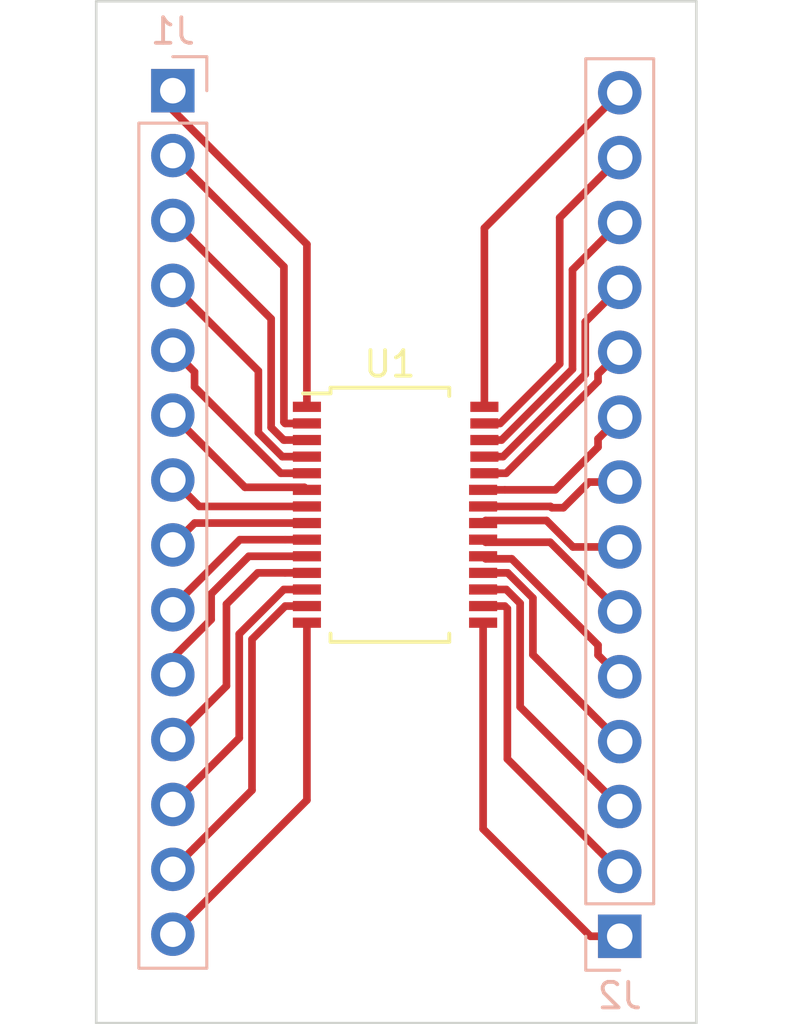
<source format=kicad_pcb>
(kicad_pcb (version 20171130) (host pcbnew "(5.1.4)-1")

  (general
    (thickness 1.6)
    (drawings 4)
    (tracks 115)
    (zones 0)
    (modules 3)
    (nets 29)
  )

  (page A4)
  (layers
    (0 F.Cu signal)
    (31 B.Cu signal)
    (32 B.Adhes user)
    (33 F.Adhes user)
    (34 B.Paste user)
    (35 F.Paste user)
    (36 B.SilkS user)
    (37 F.SilkS user)
    (38 B.Mask user)
    (39 F.Mask user)
    (40 Dwgs.User user)
    (41 Cmts.User user)
    (42 Eco1.User user)
    (43 Eco2.User user)
    (44 Edge.Cuts user)
    (45 Margin user)
    (46 B.CrtYd user)
    (47 F.CrtYd user)
    (48 B.Fab user)
    (49 F.Fab user)
  )

  (setup
    (last_trace_width 0.3)
    (trace_clearance 0.2)
    (zone_clearance 0.508)
    (zone_45_only no)
    (trace_min 0.2)
    (via_size 0.8)
    (via_drill 0.4)
    (via_min_size 0.4)
    (via_min_drill 0.3)
    (uvia_size 0.3)
    (uvia_drill 0.1)
    (uvias_allowed no)
    (uvia_min_size 0.2)
    (uvia_min_drill 0.1)
    (edge_width 0.05)
    (segment_width 0.2)
    (pcb_text_width 0.3)
    (pcb_text_size 1.5 1.5)
    (mod_edge_width 0.12)
    (mod_text_size 1 1)
    (mod_text_width 0.15)
    (pad_size 1.524 1.524)
    (pad_drill 0.762)
    (pad_to_mask_clearance 0.051)
    (solder_mask_min_width 0.25)
    (aux_axis_origin 56.1 158.6)
    (visible_elements 7FFFFFFF)
    (pcbplotparams
      (layerselection 0x010fc_ffffffff)
      (usegerberextensions false)
      (usegerberattributes false)
      (usegerberadvancedattributes false)
      (creategerberjobfile false)
      (excludeedgelayer true)
      (linewidth 0.100000)
      (plotframeref false)
      (viasonmask false)
      (mode 1)
      (useauxorigin false)
      (hpglpennumber 1)
      (hpglpenspeed 20)
      (hpglpendiameter 15.000000)
      (psnegative false)
      (psa4output false)
      (plotreference true)
      (plotvalue true)
      (plotinvisibletext false)
      (padsonsilk false)
      (subtractmaskfromsilk false)
      (outputformat 1)
      (mirror false)
      (drillshape 1)
      (scaleselection 1)
      (outputdirectory ""))
  )

  (net 0 "")
  (net 1 "Net-(J1-Pad14)")
  (net 2 "Net-(J1-Pad13)")
  (net 3 "Net-(J1-Pad12)")
  (net 4 "Net-(J1-Pad11)")
  (net 5 "Net-(J1-Pad10)")
  (net 6 "Net-(J1-Pad9)")
  (net 7 "Net-(J1-Pad8)")
  (net 8 "Net-(J1-Pad7)")
  (net 9 "Net-(J1-Pad6)")
  (net 10 "Net-(J1-Pad5)")
  (net 11 "Net-(J1-Pad4)")
  (net 12 "Net-(J1-Pad3)")
  (net 13 "Net-(J1-Pad2)")
  (net 14 "Net-(J1-Pad1)")
  (net 15 "Net-(J2-Pad14)")
  (net 16 "Net-(J2-Pad13)")
  (net 17 "Net-(J2-Pad12)")
  (net 18 "Net-(J2-Pad11)")
  (net 19 "Net-(J2-Pad10)")
  (net 20 "Net-(J2-Pad9)")
  (net 21 "Net-(J2-Pad8)")
  (net 22 "Net-(J2-Pad7)")
  (net 23 "Net-(J2-Pad6)")
  (net 24 "Net-(J2-Pad5)")
  (net 25 "Net-(J2-Pad4)")
  (net 26 "Net-(J2-Pad3)")
  (net 27 "Net-(J2-Pad2)")
  (net 28 "Net-(J2-Pad1)")

  (net_class Default "Esta es la clase de red por defecto."
    (clearance 0.2)
    (trace_width 0.3)
    (via_dia 0.8)
    (via_drill 0.4)
    (uvia_dia 0.3)
    (uvia_drill 0.1)
    (add_net "Net-(J1-Pad1)")
    (add_net "Net-(J1-Pad10)")
    (add_net "Net-(J1-Pad11)")
    (add_net "Net-(J1-Pad12)")
    (add_net "Net-(J1-Pad13)")
    (add_net "Net-(J1-Pad14)")
    (add_net "Net-(J1-Pad2)")
    (add_net "Net-(J1-Pad3)")
    (add_net "Net-(J1-Pad4)")
    (add_net "Net-(J1-Pad5)")
    (add_net "Net-(J1-Pad6)")
    (add_net "Net-(J1-Pad7)")
    (add_net "Net-(J1-Pad8)")
    (add_net "Net-(J1-Pad9)")
    (add_net "Net-(J2-Pad1)")
    (add_net "Net-(J2-Pad10)")
    (add_net "Net-(J2-Pad11)")
    (add_net "Net-(J2-Pad12)")
    (add_net "Net-(J2-Pad13)")
    (add_net "Net-(J2-Pad14)")
    (add_net "Net-(J2-Pad2)")
    (add_net "Net-(J2-Pad3)")
    (add_net "Net-(J2-Pad4)")
    (add_net "Net-(J2-Pad5)")
    (add_net "Net-(J2-Pad6)")
    (add_net "Net-(J2-Pad7)")
    (add_net "Net-(J2-Pad8)")
    (add_net "Net-(J2-Pad9)")
  )

  (module Package_SO:TSSOP-28_4.4x9.7mm_P0.65mm (layer F.Cu) (tedit 5A02F25C) (tstamp 6124121B)
    (at 67.6 138.7)
    (descr "TSSOP28: plastic thin shrink small outline package; 28 leads; body width 4.4 mm; (see NXP SSOP-TSSOP-VSO-REFLOW.pdf and sot361-1_po.pdf)")
    (tags "SSOP 0.65")
    (path /6123993C)
    (attr smd)
    (fp_text reference U1 (at 0 -5.9) (layer F.SilkS)
      (effects (font (size 1 1) (thickness 0.15)))
    )
    (fp_text value PL2303 (at 0 5.9) (layer F.Fab)
      (effects (font (size 1 1) (thickness 0.15)))
    )
    (fp_text user %R (at 0 0) (layer F.Fab)
      (effects (font (size 0.8 0.8) (thickness 0.15)))
    )
    (fp_line (start -2.325 -4.75) (end -3.4 -4.75) (layer F.SilkS) (width 0.15))
    (fp_line (start -2.325 4.975) (end 2.325 4.975) (layer F.SilkS) (width 0.15))
    (fp_line (start -2.325 -4.975) (end 2.325 -4.975) (layer F.SilkS) (width 0.15))
    (fp_line (start -2.325 4.975) (end -2.325 4.65) (layer F.SilkS) (width 0.15))
    (fp_line (start 2.325 4.975) (end 2.325 4.65) (layer F.SilkS) (width 0.15))
    (fp_line (start 2.325 -4.975) (end 2.325 -4.65) (layer F.SilkS) (width 0.15))
    (fp_line (start -2.325 -4.975) (end -2.325 -4.75) (layer F.SilkS) (width 0.15))
    (fp_line (start -3.65 5.15) (end 3.65 5.15) (layer F.CrtYd) (width 0.05))
    (fp_line (start -3.65 -5.15) (end 3.65 -5.15) (layer F.CrtYd) (width 0.05))
    (fp_line (start 3.65 -5.15) (end 3.65 5.15) (layer F.CrtYd) (width 0.05))
    (fp_line (start -3.65 -5.15) (end -3.65 5.15) (layer F.CrtYd) (width 0.05))
    (fp_line (start -2.2 -3.85) (end -1.2 -4.85) (layer F.Fab) (width 0.15))
    (fp_line (start -2.2 4.85) (end -2.2 -3.85) (layer F.Fab) (width 0.15))
    (fp_line (start 2.2 4.85) (end -2.2 4.85) (layer F.Fab) (width 0.15))
    (fp_line (start 2.2 -4.85) (end 2.2 4.85) (layer F.Fab) (width 0.15))
    (fp_line (start -1.2 -4.85) (end 2.2 -4.85) (layer F.Fab) (width 0.15))
    (pad 28 smd rect (at 3.7 -4.225) (size 1.1 0.4) (layers F.Cu F.Paste F.Mask)
      (net 15 "Net-(J2-Pad14)"))
    (pad 27 smd rect (at 3.7 -3.575) (size 1.1 0.4) (layers F.Cu F.Paste F.Mask)
      (net 16 "Net-(J2-Pad13)"))
    (pad 26 smd rect (at 3.7 -2.925) (size 1.1 0.4) (layers F.Cu F.Paste F.Mask)
      (net 17 "Net-(J2-Pad12)"))
    (pad 25 smd rect (at 3.7 -2.275) (size 1.1 0.4) (layers F.Cu F.Paste F.Mask)
      (net 18 "Net-(J2-Pad11)"))
    (pad 24 smd rect (at 3.7 -1.625) (size 1.1 0.4) (layers F.Cu F.Paste F.Mask)
      (net 19 "Net-(J2-Pad10)"))
    (pad 23 smd rect (at 3.65 -0.975) (size 1.1 0.4) (layers F.Cu F.Paste F.Mask)
      (net 20 "Net-(J2-Pad9)"))
    (pad 22 smd rect (at 3.65 -0.325) (size 1.1 0.4) (layers F.Cu F.Paste F.Mask)
      (net 21 "Net-(J2-Pad8)"))
    (pad 21 smd rect (at 3.65 0.325) (size 1.1 0.4) (layers F.Cu F.Paste F.Mask)
      (net 22 "Net-(J2-Pad7)"))
    (pad 20 smd rect (at 3.65 0.975) (size 1.1 0.4) (layers F.Cu F.Paste F.Mask)
      (net 23 "Net-(J2-Pad6)"))
    (pad 19 smd rect (at 3.65 1.625) (size 1.1 0.4) (layers F.Cu F.Paste F.Mask)
      (net 24 "Net-(J2-Pad5)"))
    (pad 18 smd rect (at 3.65 2.275) (size 1.1 0.4) (layers F.Cu F.Paste F.Mask)
      (net 25 "Net-(J2-Pad4)"))
    (pad 17 smd rect (at 3.65 2.925) (size 1.1 0.4) (layers F.Cu F.Paste F.Mask)
      (net 26 "Net-(J2-Pad3)"))
    (pad 16 smd rect (at 3.65 3.575) (size 1.1 0.4) (layers F.Cu F.Paste F.Mask)
      (net 27 "Net-(J2-Pad2)"))
    (pad 15 smd rect (at 3.65 4.225) (size 1.1 0.4) (layers F.Cu F.Paste F.Mask)
      (net 28 "Net-(J2-Pad1)"))
    (pad 14 smd rect (at -3.25 4.225) (size 1.1 0.4) (layers F.Cu F.Paste F.Mask)
      (net 1 "Net-(J1-Pad14)"))
    (pad 13 smd rect (at -3.25 3.575) (size 1.1 0.4) (layers F.Cu F.Paste F.Mask)
      (net 2 "Net-(J1-Pad13)"))
    (pad 12 smd rect (at -3.25 2.925) (size 1.1 0.4) (layers F.Cu F.Paste F.Mask)
      (net 3 "Net-(J1-Pad12)"))
    (pad 11 smd rect (at -3.25 2.275) (size 1.1 0.4) (layers F.Cu F.Paste F.Mask)
      (net 4 "Net-(J1-Pad11)"))
    (pad 10 smd rect (at -3.25 1.625) (size 1.1 0.4) (layers F.Cu F.Paste F.Mask)
      (net 5 "Net-(J1-Pad10)"))
    (pad 9 smd rect (at -3.25 0.975) (size 1.1 0.4) (layers F.Cu F.Paste F.Mask)
      (net 6 "Net-(J1-Pad9)"))
    (pad 8 smd rect (at -3.25 0.325) (size 1.1 0.4) (layers F.Cu F.Paste F.Mask)
      (net 7 "Net-(J1-Pad8)"))
    (pad 7 smd rect (at -3.25 -0.325) (size 1.1 0.4) (layers F.Cu F.Paste F.Mask)
      (net 8 "Net-(J1-Pad7)"))
    (pad 6 smd rect (at -3.25 -0.975) (size 1.1 0.4) (layers F.Cu F.Paste F.Mask)
      (net 9 "Net-(J1-Pad6)"))
    (pad 5 smd rect (at -3.25 -1.625) (size 1.1 0.4) (layers F.Cu F.Paste F.Mask)
      (net 10 "Net-(J1-Pad5)"))
    (pad 4 smd rect (at -3.25 -2.275) (size 1.1 0.4) (layers F.Cu F.Paste F.Mask)
      (net 11 "Net-(J1-Pad4)"))
    (pad 3 smd rect (at -3.25 -2.925) (size 1.1 0.4) (layers F.Cu F.Paste F.Mask)
      (net 12 "Net-(J1-Pad3)"))
    (pad 2 smd rect (at -3.25 -3.575) (size 1.1 0.4) (layers F.Cu F.Paste F.Mask)
      (net 13 "Net-(J1-Pad2)"))
    (pad 1 smd rect (at -3.25 -4.225) (size 1.1 0.4) (layers F.Cu F.Paste F.Mask)
      (net 14 "Net-(J1-Pad1)"))
    (model ${KISYS3DMOD}/Package_SO.3dshapes/TSSOP-28_4.4x9.7mm_P0.65mm.wrl
      (at (xyz 0 0 0))
      (scale (xyz 1 1 1))
      (rotate (xyz 0 0 0))
    )
  )

  (module Connector_PinHeader_2.54mm:PinHeader_1x14_P2.54mm_Vertical (layer B.Cu) (tedit 59FED5CC) (tstamp 6123EF23)
    (at 76.6 155.2)
    (descr "Through hole straight pin header, 1x14, 2.54mm pitch, single row")
    (tags "Through hole pin header THT 1x14 2.54mm single row")
    (path /6123ECE8)
    (fp_text reference J2 (at 0 2.33) (layer B.SilkS)
      (effects (font (size 1 1) (thickness 0.15)) (justify mirror))
    )
    (fp_text value Conn_01x14_Male (at 0 -35.35) (layer B.Fab)
      (effects (font (size 1 1) (thickness 0.15)) (justify mirror))
    )
    (fp_text user %R (at 0 -16.51 -90) (layer B.Fab)
      (effects (font (size 1 1) (thickness 0.15)) (justify mirror))
    )
    (fp_line (start 1.8 1.8) (end -1.8 1.8) (layer B.CrtYd) (width 0.05))
    (fp_line (start 1.8 -34.8) (end 1.8 1.8) (layer B.CrtYd) (width 0.05))
    (fp_line (start -1.8 -34.8) (end 1.8 -34.8) (layer B.CrtYd) (width 0.05))
    (fp_line (start -1.8 1.8) (end -1.8 -34.8) (layer B.CrtYd) (width 0.05))
    (fp_line (start -1.33 1.33) (end 0 1.33) (layer B.SilkS) (width 0.12))
    (fp_line (start -1.33 0) (end -1.33 1.33) (layer B.SilkS) (width 0.12))
    (fp_line (start -1.33 -1.27) (end 1.33 -1.27) (layer B.SilkS) (width 0.12))
    (fp_line (start 1.33 -1.27) (end 1.33 -34.35) (layer B.SilkS) (width 0.12))
    (fp_line (start -1.33 -1.27) (end -1.33 -34.35) (layer B.SilkS) (width 0.12))
    (fp_line (start -1.33 -34.35) (end 1.33 -34.35) (layer B.SilkS) (width 0.12))
    (fp_line (start -1.27 0.635) (end -0.635 1.27) (layer B.Fab) (width 0.1))
    (fp_line (start -1.27 -34.29) (end -1.27 0.635) (layer B.Fab) (width 0.1))
    (fp_line (start 1.27 -34.29) (end -1.27 -34.29) (layer B.Fab) (width 0.1))
    (fp_line (start 1.27 1.27) (end 1.27 -34.29) (layer B.Fab) (width 0.1))
    (fp_line (start -0.635 1.27) (end 1.27 1.27) (layer B.Fab) (width 0.1))
    (pad 14 thru_hole oval (at 0 -33.02) (size 1.7 1.7) (drill 1) (layers *.Cu *.Mask)
      (net 15 "Net-(J2-Pad14)"))
    (pad 13 thru_hole oval (at 0 -30.48) (size 1.7 1.7) (drill 1) (layers *.Cu *.Mask)
      (net 16 "Net-(J2-Pad13)"))
    (pad 12 thru_hole oval (at 0 -27.94) (size 1.7 1.7) (drill 1) (layers *.Cu *.Mask)
      (net 17 "Net-(J2-Pad12)"))
    (pad 11 thru_hole oval (at 0 -25.4) (size 1.7 1.7) (drill 1) (layers *.Cu *.Mask)
      (net 18 "Net-(J2-Pad11)"))
    (pad 10 thru_hole oval (at 0 -22.86) (size 1.7 1.7) (drill 1) (layers *.Cu *.Mask)
      (net 19 "Net-(J2-Pad10)"))
    (pad 9 thru_hole oval (at 0 -20.32) (size 1.7 1.7) (drill 1) (layers *.Cu *.Mask)
      (net 20 "Net-(J2-Pad9)"))
    (pad 8 thru_hole oval (at 0 -17.78) (size 1.7 1.7) (drill 1) (layers *.Cu *.Mask)
      (net 21 "Net-(J2-Pad8)"))
    (pad 7 thru_hole oval (at 0 -15.24) (size 1.7 1.7) (drill 1) (layers *.Cu *.Mask)
      (net 22 "Net-(J2-Pad7)"))
    (pad 6 thru_hole oval (at 0 -12.7) (size 1.7 1.7) (drill 1) (layers *.Cu *.Mask)
      (net 23 "Net-(J2-Pad6)"))
    (pad 5 thru_hole oval (at 0 -10.16) (size 1.7 1.7) (drill 1) (layers *.Cu *.Mask)
      (net 24 "Net-(J2-Pad5)"))
    (pad 4 thru_hole oval (at 0 -7.62) (size 1.7 1.7) (drill 1) (layers *.Cu *.Mask)
      (net 25 "Net-(J2-Pad4)"))
    (pad 3 thru_hole oval (at 0 -5.08) (size 1.7 1.7) (drill 1) (layers *.Cu *.Mask)
      (net 26 "Net-(J2-Pad3)"))
    (pad 2 thru_hole oval (at 0 -2.54) (size 1.7 1.7) (drill 1) (layers *.Cu *.Mask)
      (net 27 "Net-(J2-Pad2)"))
    (pad 1 thru_hole rect (at 0 0) (size 1.7 1.7) (drill 1) (layers *.Cu *.Mask)
      (net 28 "Net-(J2-Pad1)"))
    (model ${KISYS3DMOD}/Connector_PinHeader_2.54mm.3dshapes/PinHeader_1x14_P2.54mm_Vertical.wrl
      (at (xyz 0 0 0))
      (scale (xyz 1 1 1))
      (rotate (xyz 0 0 0))
    )
  )

  (module Connector_PinHeader_2.54mm:PinHeader_1x14_P2.54mm_Vertical (layer B.Cu) (tedit 59FED5CC) (tstamp 6123FB4A)
    (at 59.1 122.1 180)
    (descr "Through hole straight pin header, 1x14, 2.54mm pitch, single row")
    (tags "Through hole pin header THT 1x14 2.54mm single row")
    (path /6123B20E)
    (fp_text reference J1 (at 0 2.33) (layer B.SilkS)
      (effects (font (size 1 1) (thickness 0.15)) (justify mirror))
    )
    (fp_text value Conn_01x14_Male (at 0 -35.35) (layer B.Fab)
      (effects (font (size 1 1) (thickness 0.15)) (justify mirror))
    )
    (fp_text user %R (at 0 -16.51 270) (layer B.Fab)
      (effects (font (size 1 1) (thickness 0.15)) (justify mirror))
    )
    (fp_line (start 1.8 1.8) (end -1.8 1.8) (layer B.CrtYd) (width 0.05))
    (fp_line (start 1.8 -34.8) (end 1.8 1.8) (layer B.CrtYd) (width 0.05))
    (fp_line (start -1.8 -34.8) (end 1.8 -34.8) (layer B.CrtYd) (width 0.05))
    (fp_line (start -1.8 1.8) (end -1.8 -34.8) (layer B.CrtYd) (width 0.05))
    (fp_line (start -1.33 1.33) (end 0 1.33) (layer B.SilkS) (width 0.12))
    (fp_line (start -1.33 0) (end -1.33 1.33) (layer B.SilkS) (width 0.12))
    (fp_line (start -1.33 -1.27) (end 1.33 -1.27) (layer B.SilkS) (width 0.12))
    (fp_line (start 1.33 -1.27) (end 1.33 -34.35) (layer B.SilkS) (width 0.12))
    (fp_line (start -1.33 -1.27) (end -1.33 -34.35) (layer B.SilkS) (width 0.12))
    (fp_line (start -1.33 -34.35) (end 1.33 -34.35) (layer B.SilkS) (width 0.12))
    (fp_line (start -1.27 0.635) (end -0.635 1.27) (layer B.Fab) (width 0.1))
    (fp_line (start -1.27 -34.29) (end -1.27 0.635) (layer B.Fab) (width 0.1))
    (fp_line (start 1.27 -34.29) (end -1.27 -34.29) (layer B.Fab) (width 0.1))
    (fp_line (start 1.27 1.27) (end 1.27 -34.29) (layer B.Fab) (width 0.1))
    (fp_line (start -0.635 1.27) (end 1.27 1.27) (layer B.Fab) (width 0.1))
    (pad 14 thru_hole oval (at 0 -33.02 180) (size 1.7 1.7) (drill 1) (layers *.Cu *.Mask)
      (net 1 "Net-(J1-Pad14)"))
    (pad 13 thru_hole oval (at 0 -30.48 180) (size 1.7 1.7) (drill 1) (layers *.Cu *.Mask)
      (net 2 "Net-(J1-Pad13)"))
    (pad 12 thru_hole oval (at 0 -27.94 180) (size 1.7 1.7) (drill 1) (layers *.Cu *.Mask)
      (net 3 "Net-(J1-Pad12)"))
    (pad 11 thru_hole oval (at 0 -25.4 180) (size 1.7 1.7) (drill 1) (layers *.Cu *.Mask)
      (net 4 "Net-(J1-Pad11)"))
    (pad 10 thru_hole oval (at 0 -22.86 180) (size 1.7 1.7) (drill 1) (layers *.Cu *.Mask)
      (net 5 "Net-(J1-Pad10)"))
    (pad 9 thru_hole oval (at 0 -20.32 180) (size 1.7 1.7) (drill 1) (layers *.Cu *.Mask)
      (net 6 "Net-(J1-Pad9)"))
    (pad 8 thru_hole oval (at 0 -17.78 180) (size 1.7 1.7) (drill 1) (layers *.Cu *.Mask)
      (net 7 "Net-(J1-Pad8)"))
    (pad 7 thru_hole oval (at 0 -15.24 180) (size 1.7 1.7) (drill 1) (layers *.Cu *.Mask)
      (net 8 "Net-(J1-Pad7)"))
    (pad 6 thru_hole oval (at 0 -12.7 180) (size 1.7 1.7) (drill 1) (layers *.Cu *.Mask)
      (net 9 "Net-(J1-Pad6)"))
    (pad 5 thru_hole oval (at 0 -10.16 180) (size 1.7 1.7) (drill 1) (layers *.Cu *.Mask)
      (net 10 "Net-(J1-Pad5)"))
    (pad 4 thru_hole oval (at 0 -7.62 180) (size 1.7 1.7) (drill 1) (layers *.Cu *.Mask)
      (net 11 "Net-(J1-Pad4)"))
    (pad 3 thru_hole oval (at 0 -5.08 180) (size 1.7 1.7) (drill 1) (layers *.Cu *.Mask)
      (net 12 "Net-(J1-Pad3)"))
    (pad 2 thru_hole oval (at 0 -2.54 180) (size 1.7 1.7) (drill 1) (layers *.Cu *.Mask)
      (net 13 "Net-(J1-Pad2)"))
    (pad 1 thru_hole rect (at 0 0 180) (size 1.7 1.7) (drill 1) (layers *.Cu *.Mask)
      (net 14 "Net-(J1-Pad1)"))
    (model ${KISYS3DMOD}/Connector_PinHeader_2.54mm.3dshapes/PinHeader_1x14_P2.54mm_Vertical.wrl
      (at (xyz 0 0 0))
      (scale (xyz 1 1 1))
      (rotate (xyz 0 0 0))
    )
  )

  (gr_line (start 56.1 158.6) (end 56.1 118.6) (layer Edge.Cuts) (width 0.1))
  (gr_line (start 79.6 158.6) (end 56.1 158.6) (layer Edge.Cuts) (width 0.1))
  (gr_line (start 79.6 118.6) (end 79.6 158.6) (layer Edge.Cuts) (width 0.1))
  (gr_line (start 56.1 118.6) (end 79.6 118.6) (layer Edge.Cuts) (width 0.1))

  (segment (start 64.35 149.87) (end 59.1 155.12) (width 0.3) (layer F.Cu) (net 1))
  (segment (start 64.35 142.925) (end 64.35 149.87) (width 0.3) (layer F.Cu) (net 1))
  (segment (start 62.2 143.575) (end 62.2 149.48) (width 0.3) (layer F.Cu) (net 2))
  (segment (start 64.35 142.275) (end 63.5 142.275) (width 0.3) (layer F.Cu) (net 2))
  (segment (start 63.5 142.275) (end 62.2 143.575) (width 0.3) (layer F.Cu) (net 2))
  (segment (start 62.2 149.48) (end 59.949999 151.730001) (width 0.3) (layer F.Cu) (net 2))
  (segment (start 59.949999 151.730001) (end 59.1 152.58) (width 0.3) (layer F.Cu) (net 2))
  (segment (start 61.699989 147.440011) (end 61.699989 143.367889) (width 0.3) (layer F.Cu) (net 3))
  (segment (start 61.699989 143.367889) (end 63.442878 141.625) (width 0.3) (layer F.Cu) (net 3))
  (segment (start 59.1 150.04) (end 61.699989 147.440011) (width 0.3) (layer F.Cu) (net 3))
  (segment (start 63.5 141.625) (end 64.35 141.625) (width 0.3) (layer F.Cu) (net 3))
  (segment (start 63.442878 141.625) (end 63.5 141.625) (width 0.3) (layer F.Cu) (net 3))
  (segment (start 61.199979 145.400021) (end 61.199979 142.200021) (width 0.3) (layer F.Cu) (net 4))
  (segment (start 61.199979 142.200021) (end 62.425 140.975) (width 0.3) (layer F.Cu) (net 4))
  (segment (start 62.425 140.975) (end 63.5 140.975) (width 0.3) (layer F.Cu) (net 4))
  (segment (start 63.5 140.975) (end 64.35 140.975) (width 0.3) (layer F.Cu) (net 4))
  (segment (start 59.1 147.5) (end 61.199979 145.400021) (width 0.3) (layer F.Cu) (net 4))
  (segment (start 62.075 140.325) (end 64.35 140.325) (width 0.3) (layer F.Cu) (net 5))
  (segment (start 60.6 141.8) (end 62.075 140.325) (width 0.3) (layer F.Cu) (net 5))
  (segment (start 60.6 142.8) (end 60.6 141.8) (width 0.3) (layer F.Cu) (net 5))
  (segment (start 59.1 144.96) (end 59.1 144.3) (width 0.3) (layer F.Cu) (net 5))
  (segment (start 59.1 144.3) (end 60.6 142.8) (width 0.3) (layer F.Cu) (net 5))
  (segment (start 63.5 139.675) (end 64.35 139.675) (width 0.3) (layer F.Cu) (net 6))
  (segment (start 61.725 139.675) (end 63.5 139.675) (width 0.3) (layer F.Cu) (net 6))
  (segment (start 59.1 142.42) (end 59.1 142.3) (width 0.3) (layer F.Cu) (net 6))
  (segment (start 59.1 142.3) (end 61.725 139.675) (width 0.3) (layer F.Cu) (net 6))
  (segment (start 59.955 139.025) (end 64.35 139.025) (width 0.3) (layer F.Cu) (net 7))
  (segment (start 59.1 139.88) (end 59.955 139.025) (width 0.3) (layer F.Cu) (net 7))
  (segment (start 60.135 138.375) (end 64.35 138.375) (width 0.3) (layer F.Cu) (net 8))
  (segment (start 59.1 137.34) (end 60.135 138.375) (width 0.3) (layer F.Cu) (net 8))
  (segment (start 64.250001 137.625001) (end 64.35 137.725) (width 0.3) (layer F.Cu) (net 9))
  (segment (start 59.1 134.8) (end 61.925001 137.625001) (width 0.3) (layer F.Cu) (net 9))
  (segment (start 61.925001 137.625001) (end 64.250001 137.625001) (width 0.3) (layer F.Cu) (net 9))
  (segment (start 63.32864 137.075) (end 64.35 137.075) (width 0.3) (layer F.Cu) (net 10))
  (segment (start 59.949999 133.696359) (end 63.32864 137.075) (width 0.3) (layer F.Cu) (net 10))
  (segment (start 59.1 132.26) (end 59.949999 133.109999) (width 0.3) (layer F.Cu) (net 10))
  (segment (start 59.949999 133.109999) (end 59.949999 133.696359) (width 0.3) (layer F.Cu) (net 10))
  (segment (start 63.38576 136.425) (end 64.35 136.425) (width 0.3) (layer F.Cu) (net 11))
  (segment (start 62.449979 135.489219) (end 63.38576 136.425) (width 0.3) (layer F.Cu) (net 11))
  (segment (start 59.1 129.72) (end 62.449979 133.069979) (width 0.3) (layer F.Cu) (net 11))
  (segment (start 62.449979 133.069979) (end 62.449979 135.489219) (width 0.3) (layer F.Cu) (net 11))
  (segment (start 63.5 135.775) (end 64.35 135.775) (width 0.3) (layer F.Cu) (net 12))
  (segment (start 63.44288 135.775) (end 63.5 135.775) (width 0.3) (layer F.Cu) (net 12))
  (segment (start 62.949989 135.282109) (end 63.44288 135.775) (width 0.3) (layer F.Cu) (net 12))
  (segment (start 62.949989 131.029989) (end 62.949989 135.282109) (width 0.3) (layer F.Cu) (net 12))
  (segment (start 59.1 127.18) (end 62.949989 131.029989) (width 0.3) (layer F.Cu) (net 12))
  (segment (start 63.5 135.125) (end 64.35 135.125) (width 0.3) (layer F.Cu) (net 13))
  (segment (start 63.449999 135.074999) (end 63.5 135.125) (width 0.3) (layer F.Cu) (net 13))
  (segment (start 59.1 124.64) (end 63.449999 128.989999) (width 0.3) (layer F.Cu) (net 13))
  (segment (start 63.449999 128.989999) (end 63.449999 135.074999) (width 0.3) (layer F.Cu) (net 13))
  (segment (start 64.35 133.975) (end 64.35 134.475) (width 0.3) (layer F.Cu) (net 14))
  (segment (start 64.35 128.113998) (end 64.35 133.975) (width 0.3) (layer F.Cu) (net 14))
  (segment (start 59.1 122.863998) (end 64.35 128.113998) (width 0.3) (layer F.Cu) (net 14))
  (segment (start 59.1 122.1) (end 59.1 122.863998) (width 0.3) (layer F.Cu) (net 14))
  (segment (start 71.3 127.48) (end 76.6 122.18) (width 0.3) (layer F.Cu) (net 15))
  (segment (start 71.3 134.475) (end 71.3 127.48) (width 0.3) (layer F.Cu) (net 15))
  (segment (start 75.750001 125.569999) (end 76.6 124.72) (width 0.3) (layer F.Cu) (net 16))
  (segment (start 74.249971 127.070029) (end 75.750001 125.569999) (width 0.3) (layer F.Cu) (net 16))
  (segment (start 74.249971 132.790791) (end 74.249971 127.070029) (width 0.3) (layer F.Cu) (net 16))
  (segment (start 71.915762 135.125) (end 74.249971 132.790791) (width 0.3) (layer F.Cu) (net 16))
  (segment (start 71.3 135.125) (end 71.915762 135.125) (width 0.3) (layer F.Cu) (net 16))
  (segment (start 75.750001 128.109999) (end 76.6 127.26) (width 0.3) (layer F.Cu) (net 17))
  (segment (start 74.749981 129.110019) (end 75.750001 128.109999) (width 0.3) (layer F.Cu) (net 17))
  (segment (start 74.749981 132.997901) (end 74.749981 129.110019) (width 0.3) (layer F.Cu) (net 17))
  (segment (start 71.972882 135.775) (end 74.749981 132.997901) (width 0.3) (layer F.Cu) (net 17))
  (segment (start 71.3 135.775) (end 71.972882 135.775) (width 0.3) (layer F.Cu) (net 17))
  (segment (start 75.750001 130.649999) (end 76.6 129.8) (width 0.3) (layer F.Cu) (net 18))
  (segment (start 75.249991 131.150009) (end 75.750001 130.649999) (width 0.3) (layer F.Cu) (net 18))
  (segment (start 75.249991 133.205011) (end 75.249991 131.150009) (width 0.3) (layer F.Cu) (net 18))
  (segment (start 72.030002 136.425) (end 75.249991 133.205011) (width 0.3) (layer F.Cu) (net 18))
  (segment (start 71.3 136.425) (end 72.030002 136.425) (width 0.3) (layer F.Cu) (net 18))
  (segment (start 75.750001 133.189999) (end 76.6 132.34) (width 0.3) (layer F.Cu) (net 19))
  (segment (start 75.750001 133.474999) (end 75.750001 133.189999) (width 0.3) (layer F.Cu) (net 19))
  (segment (start 72.15 137.075) (end 75.750001 133.474999) (width 0.3) (layer F.Cu) (net 19))
  (segment (start 71.3 137.075) (end 72.15 137.075) (width 0.3) (layer F.Cu) (net 19))
  (segment (start 72.1 137.725) (end 71.25 137.725) (width 0.3) (layer F.Cu) (net 20))
  (segment (start 74.075 137.725) (end 72.1 137.725) (width 0.3) (layer F.Cu) (net 20))
  (segment (start 75.750001 136.049999) (end 74.075 137.725) (width 0.3) (layer F.Cu) (net 20))
  (segment (start 76.6 134.88) (end 75.750001 135.729999) (width 0.3) (layer F.Cu) (net 20))
  (segment (start 75.750001 135.729999) (end 75.750001 136.049999) (width 0.3) (layer F.Cu) (net 20))
  (segment (start 74.392928 138.424991) (end 73.939231 138.424991) (width 0.3) (layer F.Cu) (net 21))
  (segment (start 76.6 137.42) (end 75.397919 137.42) (width 0.3) (layer F.Cu) (net 21))
  (segment (start 75.397919 137.42) (end 74.392928 138.424991) (width 0.3) (layer F.Cu) (net 21))
  (segment (start 73.88924 138.375) (end 71.25 138.375) (width 0.3) (layer F.Cu) (net 21))
  (segment (start 73.939231 138.424991) (end 73.88924 138.375) (width 0.3) (layer F.Cu) (net 21))
  (segment (start 71.349999 138.925001) (end 71.25 139.025) (width 0.3) (layer F.Cu) (net 22))
  (segment (start 73.732121 138.925001) (end 71.349999 138.925001) (width 0.3) (layer F.Cu) (net 22))
  (segment (start 76.6 139.96) (end 74.76712 139.96) (width 0.3) (layer F.Cu) (net 22))
  (segment (start 74.76712 139.96) (end 73.732121 138.925001) (width 0.3) (layer F.Cu) (net 22))
  (segment (start 71.349999 139.774999) (end 71.25 139.675) (width 0.3) (layer F.Cu) (net 23))
  (segment (start 73.874999 139.774999) (end 71.349999 139.774999) (width 0.3) (layer F.Cu) (net 23))
  (segment (start 76.6 142.5) (end 73.874999 139.774999) (width 0.3) (layer F.Cu) (net 23))
  (segment (start 71.349999 140.424999) (end 71.25 140.325) (width 0.3) (layer F.Cu) (net 24))
  (segment (start 72.371359 140.424999) (end 71.349999 140.424999) (width 0.3) (layer F.Cu) (net 24))
  (segment (start 75.750001 143.803641) (end 72.371359 140.424999) (width 0.3) (layer F.Cu) (net 24))
  (segment (start 76.6 145.04) (end 75.750001 144.190001) (width 0.3) (layer F.Cu) (net 24))
  (segment (start 75.750001 144.190001) (end 75.750001 143.803641) (width 0.3) (layer F.Cu) (net 24))
  (segment (start 73.2 144.18) (end 75.750001 146.730001) (width 0.3) (layer F.Cu) (net 25))
  (segment (start 73.2 141.96076) (end 73.2 144.18) (width 0.3) (layer F.Cu) (net 25))
  (segment (start 72.21424 140.975) (end 73.2 141.96076) (width 0.3) (layer F.Cu) (net 25))
  (segment (start 71.25 140.975) (end 72.21424 140.975) (width 0.3) (layer F.Cu) (net 25))
  (segment (start 75.750001 146.730001) (end 76.6 147.58) (width 0.3) (layer F.Cu) (net 25))
  (segment (start 75.750001 149.270001) (end 76.6 150.12) (width 0.3) (layer F.Cu) (net 26))
  (segment (start 72.157118 141.625) (end 72.699989 142.167871) (width 0.3) (layer F.Cu) (net 26))
  (segment (start 72.699989 142.167871) (end 72.699989 146.219989) (width 0.3) (layer F.Cu) (net 26))
  (segment (start 71.25 141.625) (end 72.157118 141.625) (width 0.3) (layer F.Cu) (net 26))
  (segment (start 72.699989 146.219989) (end 75.750001 149.270001) (width 0.3) (layer F.Cu) (net 26))
  (segment (start 72.19998 142.37498) (end 72.19998 148.25998) (width 0.3) (layer F.Cu) (net 27))
  (segment (start 72.19998 148.25998) (end 75.750001 151.810001) (width 0.3) (layer F.Cu) (net 27))
  (segment (start 72.1 142.275) (end 72.19998 142.37498) (width 0.3) (layer F.Cu) (net 27))
  (segment (start 71.25 142.275) (end 72.1 142.275) (width 0.3) (layer F.Cu) (net 27))
  (segment (start 75.750001 151.810001) (end 76.6 152.66) (width 0.3) (layer F.Cu) (net 27))
  (segment (start 75.45 155.2) (end 76.6 155.2) (width 0.3) (layer F.Cu) (net 28))
  (segment (start 71.25 151) (end 75.45 155.2) (width 0.3) (layer F.Cu) (net 28))
  (segment (start 71.25 142.925) (end 71.25 151) (width 0.3) (layer F.Cu) (net 28))

)

</source>
